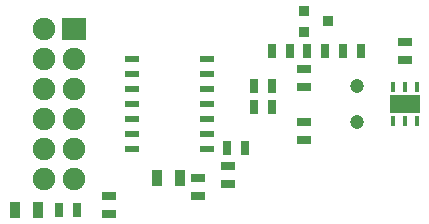
<source format=gbr>
%TF.GenerationSoftware,KiCad,Pcbnew,6.0.0*%
%TF.CreationDate,2022-08-14T07:42:52+02:00*%
%TF.ProjectId,pmod-trh,706d6f64-2d74-4726-982e-6b696361645f,2*%
%TF.SameCoordinates,Original*%
%TF.FileFunction,Soldermask,Top*%
%TF.FilePolarity,Negative*%
%FSLAX46Y46*%
G04 Gerber Fmt 4.6, Leading zero omitted, Abs format (unit mm)*
G04 Created by KiCad (PCBNEW 6.0.0) date 2022-08-14 07:42:52*
%MOMM*%
%LPD*%
G01*
G04 APERTURE LIST*
%ADD10R,1.143000X0.635000*%
%ADD11R,0.635000X1.143000*%
%ADD12R,0.889000X1.397000*%
%ADD13C,1.198880*%
%ADD14R,1.143000X0.508000*%
%ADD15R,2.000000X1.900000*%
%ADD16C,1.900000*%
%ADD17R,0.450000X0.850000*%
%ADD18R,2.500000X1.600000*%
%ADD19R,0.914400X0.914400*%
G04 APERTURE END LIST*
D10*
%TO.C,R1*%
X155500000Y-108012000D03*
X155500000Y-106488000D03*
%TD*%
D11*
%TO.C,R6*%
X155738000Y-100500000D03*
X157262000Y-100500000D03*
%TD*%
D12*
%TO.C,C1*%
X132952500Y-114000000D03*
X131047500Y-114000000D03*
%TD*%
D11*
%TO.C,R7*%
X152738000Y-100500000D03*
X154262000Y-100500000D03*
%TD*%
D13*
%TO.C,TP1*%
X160000000Y-106500000D03*
%TD*%
D10*
%TO.C,R8*%
X146500000Y-111238000D03*
X146500000Y-112762000D03*
%TD*%
%TO.C,C3*%
X164000000Y-101262000D03*
X164000000Y-99738000D03*
%TD*%
D11*
%TO.C,R5*%
X150512000Y-108750000D03*
X148988000Y-108750000D03*
%TD*%
D10*
%TO.C,C2*%
X139000000Y-112738000D03*
X139000000Y-114262000D03*
%TD*%
D12*
%TO.C,D1*%
X144952500Y-111250000D03*
X143047500Y-111250000D03*
%TD*%
D11*
%TO.C,L1*%
X134738000Y-114000000D03*
X136262000Y-114000000D03*
%TD*%
D14*
%TO.C,U1*%
X147302000Y-108810000D03*
X147302000Y-107540000D03*
X147302000Y-106270000D03*
X147302000Y-105000000D03*
X147302000Y-103730000D03*
X147302000Y-102460000D03*
X147302000Y-101190000D03*
X140952000Y-101190000D03*
X140952000Y-102460000D03*
X140952000Y-103730000D03*
X140952000Y-105000000D03*
X140952000Y-106270000D03*
X140952000Y-107540000D03*
X140952000Y-108810000D03*
%TD*%
D15*
%TO.C,P1*%
X136040000Y-98650000D03*
D16*
X136040000Y-101190000D03*
X136040000Y-103730000D03*
X136040000Y-106270000D03*
X136040000Y-108810000D03*
X136040000Y-111350000D03*
X133500000Y-98650000D03*
X133500000Y-101190000D03*
X133500000Y-103730000D03*
X133500000Y-106270000D03*
X133500000Y-108810000D03*
X133500000Y-111350000D03*
%TD*%
D10*
%TO.C,C4*%
X149000000Y-110238000D03*
X149000000Y-111762000D03*
%TD*%
D11*
%TO.C,R4*%
X151238000Y-103500000D03*
X152762000Y-103500000D03*
%TD*%
%TO.C,L2*%
X158738000Y-100500000D03*
X160262000Y-100500000D03*
%TD*%
D17*
%TO.C,U2*%
X163000000Y-106450000D03*
X164000000Y-106450000D03*
X165000000Y-106450000D03*
X165000000Y-103550000D03*
X164000000Y-103550000D03*
X163000000Y-103550000D03*
D18*
X164000000Y-105000000D03*
%TD*%
D10*
%TO.C,R2*%
X155500000Y-101988000D03*
X155500000Y-103512000D03*
%TD*%
D13*
%TO.C,TP2*%
X160000000Y-103500000D03*
%TD*%
D11*
%TO.C,R3*%
X151238000Y-105250000D03*
X152762000Y-105250000D03*
%TD*%
D19*
%TO.C,Q1*%
X155484000Y-97111000D03*
X155484000Y-98889000D03*
X157516000Y-98000000D03*
%TD*%
M02*

</source>
